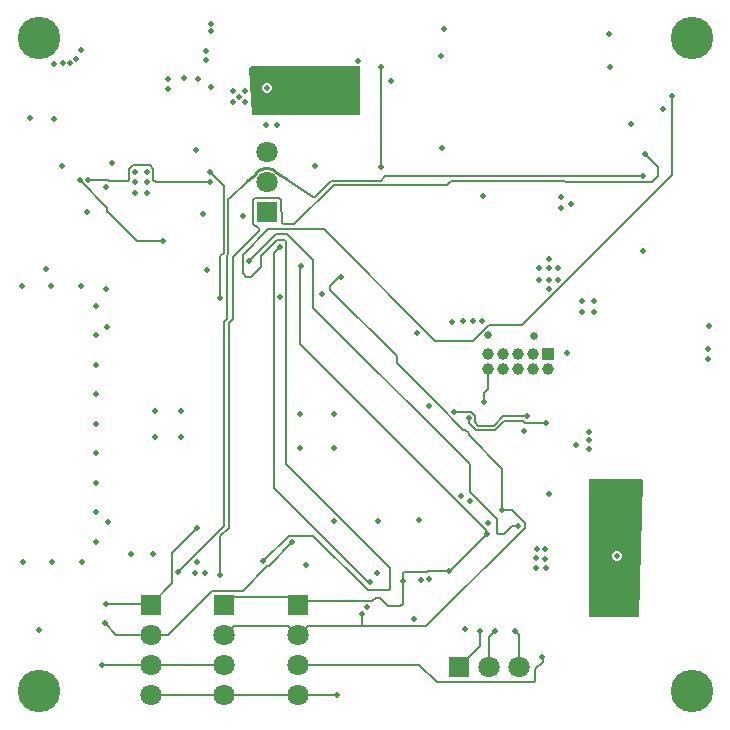
<source format=gbl>
G04*
G04 #@! TF.GenerationSoftware,Altium Limited,Altium Designer,21.1.1 (26)*
G04*
G04 Layer_Physical_Order=4*
G04 Layer_Color=16711680*
%FSLAX25Y25*%
%MOIN*%
G70*
G04*
G04 #@! TF.SameCoordinates,FCF7D8DE-4107-4742-B166-29AFE2BCEEE3*
G04*
G04*
G04 #@! TF.FilePolarity,Positive*
G04*
G01*
G75*
%ADD13C,0.01000*%
%ADD137C,0.02000*%
%ADD143C,0.00800*%
%ADD148C,0.14173*%
%ADD149C,0.07087*%
%ADD150R,0.07087X0.07087*%
%ADD151R,0.03960X0.03960*%
%ADD152C,0.03960*%
%ADD153R,0.07087X0.07087*%
%ADD154C,0.02500*%
G36*
X210595Y79536D02*
X209489Y34176D01*
X192816D01*
X192816Y79949D01*
X210189D01*
X210595Y79536D01*
D02*
G37*
G36*
X116300Y201306D02*
X80300Y201306D01*
X79458Y217014D01*
X79983Y217538D01*
X116300D01*
Y201306D01*
D02*
G37*
%LPC*%
G36*
X202318Y56000D02*
X201682D01*
X201094Y55756D01*
X200644Y55306D01*
X200400Y54718D01*
Y54082D01*
X200644Y53494D01*
X201094Y53044D01*
X201682Y52800D01*
X202318D01*
X202906Y53044D01*
X203356Y53494D01*
X203600Y54082D01*
Y54718D01*
X203356Y55306D01*
X202906Y55756D01*
X202318Y56000D01*
D02*
G37*
G36*
X85730Y212059D02*
X85093D01*
X84505Y211816D01*
X84055Y211365D01*
X83811Y210777D01*
Y210141D01*
X84055Y209553D01*
X84505Y209103D01*
X85093Y208859D01*
X85730D01*
X86318Y209103D01*
X86768Y209553D01*
X87011Y210141D01*
Y210777D01*
X86768Y211365D01*
X86318Y211816D01*
X85730Y212059D01*
D02*
G37*
%LPD*%
D13*
X91806Y180152D02*
G03*
X89534Y181331I-5943J-8670D01*
G01*
X89079Y181680D02*
G03*
X89534Y181331I810J586D01*
G01*
X89079Y181680D02*
G03*
X81161Y181086I-3779J-2698D01*
G01*
X80762Y180672D02*
G03*
X78692Y179167I5101J-9191D01*
G01*
X80762Y180672D02*
G03*
X81161Y181086I-490J872D01*
G01*
D137*
X232659Y131035D02*
D03*
X232429Y120008D02*
D03*
Y123521D02*
D03*
X178339Y50234D02*
D03*
X178199Y53328D02*
D03*
X178057Y56711D02*
D03*
X119736Y45546D02*
D03*
X64685Y48675D02*
D03*
X100599Y203957D02*
D03*
X118630Y37270D02*
D03*
X177045Y20810D02*
D03*
X21800Y219952D02*
D03*
X19819Y218749D02*
D03*
X17362Y218803D02*
D03*
X14365Y218468D02*
D03*
X28300Y137795D02*
D03*
Y127953D02*
D03*
Y118110D02*
D03*
Y108268D02*
D03*
Y98425D02*
D03*
Y88583D02*
D03*
Y78740D02*
D03*
Y68898D02*
D03*
Y59055D02*
D03*
X13485Y144510D02*
D03*
X23328D02*
D03*
X13780Y52500D02*
D03*
X23622D02*
D03*
X3643Y144510D02*
D03*
X3937Y52500D02*
D03*
X66685Y231850D02*
D03*
X100623Y208225D02*
D03*
X103800Y204671D02*
D03*
X103369Y207979D02*
D03*
X115800Y219512D02*
D03*
X85411Y210459D02*
D03*
X87240Y216253D02*
D03*
X149921Y74509D02*
D03*
X159004Y65426D02*
D03*
X179370Y75128D02*
D03*
X153029Y72849D02*
D03*
X135340Y128600D02*
D03*
X122332Y65984D02*
D03*
X107747Y65939D02*
D03*
X32351Y65796D02*
D03*
X157108Y132621D02*
D03*
X147155Y132494D02*
D03*
X150554Y132566D02*
D03*
X85039Y198128D02*
D03*
X190358Y135785D02*
D03*
X190221Y139211D02*
D03*
X201881Y77531D02*
D03*
X201705Y73830D02*
D03*
X201600Y70177D02*
D03*
Y66229D02*
D03*
X40157Y55118D02*
D03*
X121961Y48786D02*
D03*
X93813Y59009D02*
D03*
X98207Y51378D02*
D03*
X23288Y223064D02*
D03*
X77982Y205538D02*
D03*
X74045D02*
D03*
Y209475D02*
D03*
X77982D02*
D03*
X76013Y207506D02*
D03*
X88758Y198128D02*
D03*
X66685Y210656D02*
D03*
X63887Y168424D02*
D03*
X194312Y135785D02*
D03*
X194229Y139211D02*
D03*
X9252Y29601D02*
D03*
X217444Y203332D02*
D03*
X199673Y217242D02*
D03*
X199356Y228295D02*
D03*
X144515Y229900D02*
D03*
X143861Y190530D02*
D03*
X186655Y171786D02*
D03*
X183300Y174136D02*
D03*
X183219Y170498D02*
D03*
X210713Y156184D02*
D03*
X192794Y92957D02*
D03*
X192747Y90166D02*
D03*
X151206Y29920D02*
D03*
X134401Y33494D02*
D03*
X117157Y35056D02*
D03*
X136764Y46343D02*
D03*
X139403Y46784D02*
D03*
X139246Y104444D02*
D03*
X32065Y130800D02*
D03*
X11582Y149943D02*
D03*
X6400Y200461D02*
D03*
X14494Y200198D02*
D03*
X61736Y189555D02*
D03*
X62470Y213247D02*
D03*
X57557Y213621D02*
D03*
X52472Y209985D02*
D03*
X65425Y149600D02*
D03*
X211309Y188500D02*
D03*
X210681Y180881D02*
D03*
X201600Y62257D02*
D03*
X157837Y105655D02*
D03*
X147787Y102261D02*
D03*
X156381Y29288D02*
D03*
X161200D02*
D03*
X168000D02*
D03*
X204915Y46805D02*
D03*
X202000Y54400D02*
D03*
X158560Y61600D02*
D03*
X175228Y56711D02*
D03*
X175176Y53660D02*
D03*
X175192Y50398D02*
D03*
X169164Y64522D02*
D03*
X163813Y69587D02*
D03*
X172015Y100904D02*
D03*
X188500Y91500D02*
D03*
X192816Y95619D02*
D03*
X178402Y98684D02*
D03*
X171084Y95872D02*
D03*
X153875Y132616D02*
D03*
X157400Y174400D02*
D03*
X179248Y153403D02*
D03*
X176197Y150450D02*
D03*
X179248D02*
D03*
X182300D02*
D03*
X176197Y146317D02*
D03*
X179248D02*
D03*
X182300D02*
D03*
X179248Y143364D02*
D03*
X185353Y122031D02*
D03*
X52495Y213300D02*
D03*
X66583Y229211D02*
D03*
X65136Y219748D02*
D03*
X65009Y222540D02*
D03*
X220350Y207600D02*
D03*
X206600Y198200D02*
D03*
X143274Y221183D02*
D03*
X126650Y212588D02*
D03*
X123200Y217242D02*
D03*
X17100Y184300D02*
D03*
X22950Y179628D02*
D03*
X25848D02*
D03*
X41517Y182514D02*
D03*
Y178971D02*
D03*
Y175428D02*
D03*
X45454D02*
D03*
Y178971D02*
D03*
Y182514D02*
D03*
X33614Y185395D02*
D03*
X31633Y177230D02*
D03*
X31600Y38281D02*
D03*
X30300Y18181D02*
D03*
X48108Y93947D02*
D03*
X47243Y55072D02*
D03*
X31200Y32081D02*
D03*
X48108Y102538D02*
D03*
X55800Y49000D02*
D03*
X108700Y7900D02*
D03*
X130644Y46084D02*
D03*
X69700Y48000D02*
D03*
X123200Y184100D02*
D03*
X101300Y184300D02*
D03*
X152575Y100203D02*
D03*
X135900Y66266D02*
D03*
X146059Y49290D02*
D03*
X56840Y93947D02*
D03*
X96360Y101727D02*
D03*
X84034Y52561D02*
D03*
X62128Y63700D02*
D03*
X107600Y101727D02*
D03*
X96360Y90215D02*
D03*
X107600D02*
D03*
X62128Y52364D02*
D03*
X50700Y159500D02*
D03*
X79309Y152742D02*
D03*
X89806Y140782D02*
D03*
Y157439D02*
D03*
X56840Y102538D02*
D03*
X25352Y168990D02*
D03*
X96753Y151043D02*
D03*
X69800Y140227D02*
D03*
X103800Y141865D02*
D03*
X110164Y147498D02*
D03*
X31754Y143511D02*
D03*
X61490Y48675D02*
D03*
X77341Y167810D02*
D03*
X66382Y178982D02*
D03*
X66400Y182400D02*
D03*
D143*
X87806Y76947D02*
X119005Y45748D01*
X118924Y43000D02*
X125931D01*
X87806Y76947D02*
Y155439D01*
X92582Y61109D02*
X100815D01*
X118924Y43000D01*
X125931D02*
X126400Y43469D01*
X84034Y52561D02*
X92582Y61109D01*
X100636Y203994D02*
X102798D01*
X103475Y204671D02*
X103800D01*
X100599Y203957D02*
X100636Y203994D01*
X102798D02*
X103475Y204671D01*
X177247Y19097D02*
Y20608D01*
X174794Y12725D02*
Y16643D01*
X174325Y12257D02*
X174794Y12725D01*
X142091Y12257D02*
X174325D01*
X174794Y16643D02*
X177247Y19097D01*
X177045Y20810D02*
X177247Y20608D01*
X99294Y206571D02*
X100623Y207900D01*
Y208225D01*
X100746Y208102D01*
X103246D01*
X98728Y205332D02*
X99294Y205897D01*
Y206571D01*
X103246Y208102D02*
X103585Y207764D01*
Y204886D02*
Y207764D01*
Y204886D02*
X103800Y204671D01*
X96135Y205332D02*
X98728D01*
X87465Y210215D02*
X91251D01*
X94800Y206666D02*
X96135Y205332D01*
X158525Y61635D02*
Y63077D01*
Y61635D02*
X158560Y61600D01*
X96500Y125101D02*
X158525Y63077D01*
X96500Y125101D02*
Y151043D01*
X152950Y75758D02*
Y85023D01*
X157403Y71233D02*
Y71305D01*
X152950Y75758D02*
X157403Y71305D01*
X126400Y43469D02*
Y50430D01*
X91806Y85024D02*
X126400Y50430D01*
X91806Y85024D02*
Y159070D01*
X157403Y71233D02*
X162053Y66583D01*
X100831Y137141D02*
X152950Y85023D01*
X162053Y62142D02*
Y66583D01*
X94437Y164900D02*
X107665Y178128D01*
X213681Y178881D02*
X215700Y180900D01*
X184524Y179396D02*
X185040Y178881D01*
X146729Y179396D02*
X184524D01*
X145461Y178128D02*
X146729Y179396D01*
X107665Y178128D02*
X145461D01*
X185040Y178881D02*
X213681D01*
X170431Y131502D02*
X220350Y181420D01*
Y207600D01*
X159384Y131502D02*
X170431D01*
X117157Y32706D02*
X117157Y32706D01*
Y31463D02*
Y32706D01*
Y31463D02*
X117714Y30906D01*
X117157Y32706D02*
Y35056D01*
X96740Y39270D02*
X120473D01*
X95652Y38181D02*
X96740Y39270D01*
X121538Y40335D02*
X123195D01*
X120473Y39270D02*
X121538Y40335D01*
X141967Y105253D02*
Y105432D01*
Y105253D02*
X150720Y96501D01*
X128537Y118862D02*
Y120923D01*
X150720Y96501D02*
X151383D01*
X128537Y118862D02*
X141967Y105432D01*
X106355Y143106D02*
X128537Y120923D01*
X106355Y143106D02*
Y144265D01*
X85747Y163300D02*
X104263D01*
X104556Y163007D02*
X141382Y126181D01*
X154063D01*
X104263Y163300D02*
X104556Y163007D01*
X154063Y126181D02*
X159384Y131502D01*
X173601Y116030D02*
X174164Y116593D01*
X198509Y53211D02*
Y59167D01*
X201600Y62257D01*
X198509Y53211D02*
X204915Y46805D01*
X164510Y61673D02*
X167129Y64292D01*
X168934D01*
X169164Y64522D01*
X171230Y63722D02*
Y65462D01*
X167104Y69587D02*
X171230Y65462D01*
X163813Y69587D02*
X167104D01*
X163813D02*
Y83407D01*
X162053Y62142D02*
X162521Y61673D01*
X169400Y17400D02*
Y27888D01*
X168000Y29288D02*
X169400Y27888D01*
X162521Y61673D02*
X164510D01*
X164004Y100904D02*
X172015D01*
X171418Y98684D02*
X178402D01*
X170730Y99371D02*
X171418Y98684D01*
X164451Y99371D02*
X170730D01*
X106355Y144265D02*
X109358Y147268D01*
X100831Y137141D02*
Y152915D01*
X89299Y173625D02*
X89943Y172981D01*
X81301Y173625D02*
X89299D01*
X100582Y174136D02*
X101410Y174136D01*
X106803Y179528D01*
X91806Y180152D02*
X100582Y174136D01*
X106803Y179528D02*
X123428D01*
X124781Y180881D01*
X123200Y184100D02*
Y217242D01*
X124781Y180881D02*
X210681D01*
X215700Y180900D02*
Y184109D01*
X211309Y188500D02*
X215700Y184109D01*
X109358Y147268D02*
X109934D01*
X110164Y147498D01*
X32361Y169141D02*
X42002Y159500D01*
X22950Y179628D02*
X32089Y170489D01*
Y169141D02*
X32361D01*
X32089D02*
Y170489D01*
X83503Y150806D02*
Y154267D01*
X78439Y147482D02*
X80179D01*
X77209Y148713D02*
X78439Y147482D01*
X80179D02*
X83503Y150806D01*
X77209Y148713D02*
Y154762D01*
X79309Y152742D02*
X88253Y161686D01*
X77209Y154762D02*
X85747Y163300D01*
X87806Y155439D02*
X89806Y157439D01*
X88774Y159539D02*
X91337D01*
X82816Y162631D02*
Y163460D01*
X82230Y164046D02*
X82816Y163460D01*
X81301Y164339D02*
X82230Y164046D01*
X80657Y164983D02*
X81301Y164339D01*
X80657Y164983D02*
Y172981D01*
X81301Y173625D01*
X72693Y173550D02*
X72986Y173843D01*
X72399Y173257D02*
X72693Y173550D01*
X72399Y154939D02*
Y173257D01*
X74127Y153942D02*
X82816Y162631D01*
X72986Y173843D02*
X78692Y179167D01*
X70999Y155519D02*
Y177801D01*
X71925Y154464D02*
X72399Y154939D01*
X40667Y184564D02*
X46303D01*
X83503Y154267D02*
X88774Y159539D01*
X89943Y172981D02*
X90358Y165486D01*
X88253Y161686D02*
X92061D01*
X90358Y165486D02*
X90943Y164900D01*
X92061Y161686D02*
X100831Y152915D01*
X90943Y164900D02*
X94437D01*
X91337Y159539D02*
X91806Y159070D01*
X69800Y140227D02*
Y154320D01*
X70999Y155519D01*
X42002Y159500D02*
X50700D01*
X48342Y178982D02*
X66382D01*
X66400Y182400D02*
X70999Y177801D01*
X47504Y179820D02*
X48342Y178982D01*
X46303Y184564D02*
X47504Y183363D01*
X39467D02*
X40667Y184564D01*
X47504Y179820D02*
Y183363D01*
X39467Y179820D02*
Y183363D01*
X25848Y179628D02*
X32326D01*
X38877Y179230D02*
X39467Y179820D01*
X32724Y179230D02*
X38877D01*
X32326Y179628D02*
X32724Y179230D01*
X159164Y109962D02*
Y116593D01*
X153403Y102203D02*
X154575Y101031D01*
X147846Y102203D02*
X153403D01*
X152554Y94666D02*
X163813Y83407D01*
X147787Y102261D02*
X147846Y102203D01*
X161446Y96366D02*
X164451Y99371D01*
X152575Y100203D02*
X152804Y99973D01*
X151383Y96501D02*
X152554Y95329D01*
X155166Y96366D02*
X161446D01*
X152804Y98728D02*
X155166Y96366D01*
X155746Y97766D02*
X160866D01*
X154575Y98938D02*
X155746Y97766D01*
X160866D02*
X164004Y100904D01*
X152804Y98728D02*
Y99973D01*
X154575Y98938D02*
Y101031D01*
X152554Y94666D02*
Y95329D01*
X157837Y108635D02*
X159164Y109962D01*
X157837Y105655D02*
Y108635D01*
X71185Y132478D02*
X71925Y133218D01*
Y154464D01*
X74127Y133440D02*
Y153942D01*
X72585Y131898D02*
X74127Y133440D01*
X72585Y63805D02*
Y131898D01*
X71185Y64385D02*
Y132478D01*
X53700Y45281D02*
Y55272D01*
X55800Y49000D02*
X71185Y64385D01*
X53700Y55272D02*
X62128Y63700D01*
X69700Y48000D02*
Y60920D01*
X71000Y8181D02*
X95652D01*
X46600D02*
X71000D01*
X30300Y18181D02*
X46600D01*
X71000D01*
X35100Y28181D02*
X46600D01*
X71000D02*
X71631D01*
X46600D02*
X52358D01*
X92331Y30906D02*
X95056Y28181D01*
X71631D02*
X74356Y30906D01*
X92331D01*
X52358Y28181D02*
X67001Y42824D01*
X46500Y38281D02*
X46600Y38181D01*
X71000D02*
X73419Y40600D01*
X95652D01*
X46600Y38181D02*
X53700Y45281D01*
X67001Y42824D02*
X77267D01*
X108559Y8041D02*
X108700Y7900D01*
X95692Y8041D02*
X108559D01*
X95652Y8081D02*
X95692Y8041D01*
X136166Y18181D02*
X142091Y12257D01*
X95652Y18181D02*
X136166D01*
X95056Y28181D02*
X96283D01*
X99007Y30906D01*
X117407D01*
X117714D01*
X138414D01*
X125805Y37724D02*
X129851D01*
X130644Y38516D01*
X123195Y40335D02*
X125805Y37724D01*
X130644Y38516D02*
Y46084D01*
X77267Y42824D02*
X85518Y51076D01*
X85880D01*
X93813Y59009D01*
X69700Y60920D02*
X72585Y63805D01*
X130644Y46084D02*
Y48675D01*
X131112Y49143D01*
X138699D01*
X138845Y49290D01*
X149400Y17400D02*
X156381Y24381D01*
X159400Y17400D02*
Y27488D01*
X156381Y24381D02*
Y29288D01*
X159400Y27488D02*
X161200Y29288D01*
X138414Y30906D02*
X171230Y63722D01*
X146154Y49194D02*
X146154D01*
X138845Y49290D02*
X146059D01*
X146154Y49194D02*
X158560Y61600D01*
X31200Y32081D02*
X35100Y28181D01*
X31600Y38281D02*
X46500D01*
D148*
X226969Y9252D02*
D03*
Y226969D02*
D03*
X9252D02*
D03*
Y9252D02*
D03*
D149*
X169400Y17400D02*
D03*
X159400D02*
D03*
X46600Y8181D02*
D03*
Y18181D02*
D03*
Y28181D02*
D03*
X71000D02*
D03*
Y18181D02*
D03*
Y8181D02*
D03*
X95652Y28181D02*
D03*
Y18181D02*
D03*
Y8181D02*
D03*
X85300Y178982D02*
D03*
Y188982D02*
D03*
D150*
X149400Y17400D02*
D03*
D151*
X179164Y121592D02*
D03*
D152*
X174164D02*
D03*
X179164Y116593D02*
D03*
X174164D02*
D03*
X164164D02*
D03*
X169164D02*
D03*
X164164Y121592D02*
D03*
X169164D02*
D03*
X159164D02*
D03*
Y116593D02*
D03*
D153*
X46600Y38181D02*
D03*
X71000D02*
D03*
X95652D02*
D03*
X85300Y168982D02*
D03*
D154*
X174366Y127751D02*
D03*
X159164Y128100D02*
D03*
M02*

</source>
